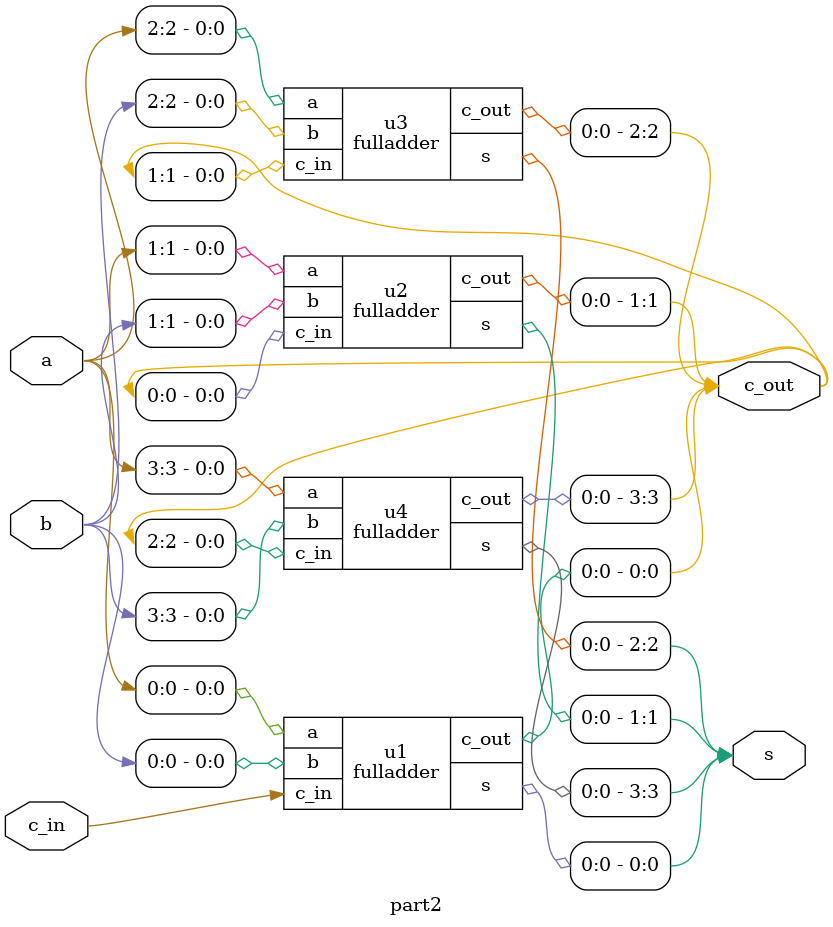
<source format=v>

module fulladder(a,b,c_in,s,c_out);

input a,b,c_in;

output s,c_out;
 
 
assign s = (a ^ b) ^ c_in;

assign c_out = (b &~( a ^ b)) | (c_in & ( a ^ b ));


endmodule


module part2(a, b, c_in, s, c_out);

input [3:0] a;
input [3:0] b;
input  c_in;

output [3:0] s;
output [3:0] c_out;




fulladder u1(a[0],b[0],c_in,s[0], c_out[0]);
fulladder u2(a[1],b[1],c_out[0],s[1], c_out[1]);
fulladder u3(a[2],b[2],c_out[1],s[2], c_out[2]);
fulladder u4(a[3],b[3],c_out[2],s[3], c_out[3]);


endmodule


</source>
